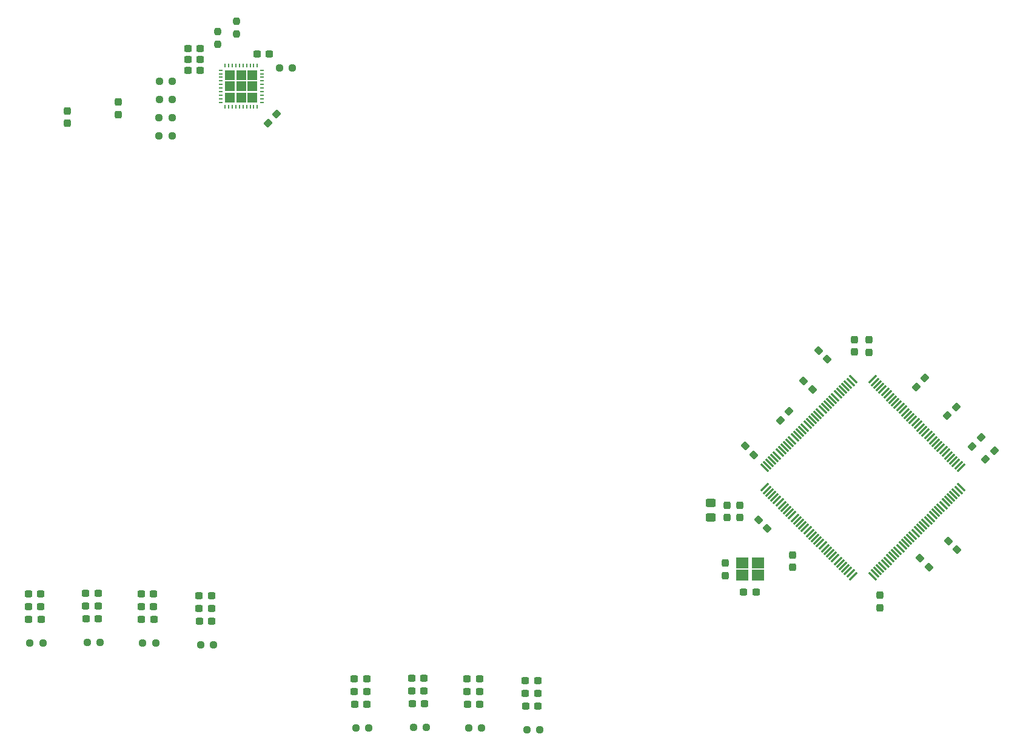
<source format=gbr>
%TF.GenerationSoftware,KiCad,Pcbnew,8.0.1*%
%TF.CreationDate,2024-05-06T01:07:55+02:00*%
%TF.ProjectId,launchpad-controller-v2,6c61756e-6368-4706-9164-2d636f6e7472,rev?*%
%TF.SameCoordinates,Original*%
%TF.FileFunction,Paste,Bot*%
%TF.FilePolarity,Positive*%
%FSLAX46Y46*%
G04 Gerber Fmt 4.6, Leading zero omitted, Abs format (unit mm)*
G04 Created by KiCad (PCBNEW 8.0.1) date 2024-05-06 01:07:55*
%MOMM*%
%LPD*%
G01*
G04 APERTURE LIST*
G04 Aperture macros list*
%AMRoundRect*
0 Rectangle with rounded corners*
0 $1 Rounding radius*
0 $2 $3 $4 $5 $6 $7 $8 $9 X,Y pos of 4 corners*
0 Add a 4 corners polygon primitive as box body*
4,1,4,$2,$3,$4,$5,$6,$7,$8,$9,$2,$3,0*
0 Add four circle primitives for the rounded corners*
1,1,$1+$1,$2,$3*
1,1,$1+$1,$4,$5*
1,1,$1+$1,$6,$7*
1,1,$1+$1,$8,$9*
0 Add four rect primitives between the rounded corners*
20,1,$1+$1,$2,$3,$4,$5,0*
20,1,$1+$1,$4,$5,$6,$7,0*
20,1,$1+$1,$6,$7,$8,$9,0*
20,1,$1+$1,$8,$9,$2,$3,0*%
G04 Aperture macros list end*
%ADD10C,0.000000*%
%ADD11RoundRect,0.237500X-0.237500X0.250000X-0.237500X-0.250000X0.237500X-0.250000X0.237500X0.250000X0*%
%ADD12RoundRect,0.237500X-0.044194X-0.380070X0.380070X0.044194X0.044194X0.380070X-0.380070X-0.044194X0*%
%ADD13RoundRect,0.237500X-0.237500X0.300000X-0.237500X-0.300000X0.237500X-0.300000X0.237500X0.300000X0*%
%ADD14RoundRect,0.237500X0.300000X0.237500X-0.300000X0.237500X-0.300000X-0.237500X0.300000X-0.237500X0*%
%ADD15RoundRect,0.237500X-0.300000X-0.237500X0.300000X-0.237500X0.300000X0.237500X-0.300000X0.237500X0*%
%ADD16RoundRect,0.237500X-0.250000X-0.237500X0.250000X-0.237500X0.250000X0.237500X-0.250000X0.237500X0*%
%ADD17RoundRect,0.237500X-0.380070X0.044194X0.044194X-0.380070X0.380070X-0.044194X-0.044194X0.380070X0*%
%ADD18R,1.800000X1.500000*%
%ADD19RoundRect,0.237500X0.237500X-0.300000X0.237500X0.300000X-0.237500X0.300000X-0.237500X-0.300000X0*%
%ADD20RoundRect,0.075000X-0.415425X-0.521491X0.521491X0.415425X0.415425X0.521491X-0.521491X-0.415425X0*%
%ADD21RoundRect,0.075000X0.415425X-0.521491X0.521491X-0.415425X-0.415425X0.521491X-0.521491X0.415425X0*%
%ADD22RoundRect,0.237500X0.250000X0.237500X-0.250000X0.237500X-0.250000X-0.237500X0.250000X-0.237500X0*%
%ADD23RoundRect,0.250000X-0.450000X0.325000X-0.450000X-0.325000X0.450000X-0.325000X0.450000X0.325000X0*%
%ADD24R,0.250000X0.600000*%
%ADD25R,0.600000X0.250000*%
%ADD26RoundRect,0.237500X0.237500X-0.250000X0.237500X0.250000X-0.237500X0.250000X-0.237500X-0.250000X0*%
%ADD27RoundRect,0.237500X0.380070X-0.044194X-0.044194X0.380070X-0.380070X0.044194X0.044194X-0.380070X0*%
%ADD28RoundRect,0.237500X0.044194X0.380070X-0.380070X-0.044194X-0.044194X-0.380070X0.380070X0.044194X0*%
G04 APERTURE END LIST*
D10*
%TO.C,U32*%
G36*
X119131667Y183061332D02*
G01*
X117764999Y183061332D01*
X117764999Y184428000D01*
X119131667Y184428000D01*
X119131667Y183061332D01*
G37*
G36*
X119131667Y181494665D02*
G01*
X117764999Y181494665D01*
X117764999Y182861333D01*
X119131667Y182861333D01*
X119131667Y181494665D01*
G37*
G36*
X119131667Y179927998D02*
G01*
X117764999Y179927998D01*
X117764999Y181294666D01*
X119131667Y181294666D01*
X119131667Y179927998D01*
G37*
G36*
X120698334Y183061332D02*
G01*
X119331666Y183061332D01*
X119331666Y184428000D01*
X120698334Y184428000D01*
X120698334Y183061332D01*
G37*
G36*
X120698334Y181494665D02*
G01*
X119331666Y181494665D01*
X119331666Y182861333D01*
X120698334Y182861333D01*
X120698334Y181494665D01*
G37*
G36*
X120698334Y179927998D02*
G01*
X119331666Y179927998D01*
X119331666Y181294666D01*
X120698334Y181294666D01*
X120698334Y179927998D01*
G37*
G36*
X122265001Y183061332D02*
G01*
X120898333Y183061332D01*
X120898333Y184428000D01*
X122265001Y184428000D01*
X122265001Y183061332D01*
G37*
G36*
X122265001Y181494665D02*
G01*
X120898333Y181494665D01*
X120898333Y182861333D01*
X122265001Y182861333D01*
X122265001Y181494665D01*
G37*
G36*
X122265001Y179927998D02*
G01*
X120898333Y179927998D01*
X120898333Y181294666D01*
X122265001Y181294666D01*
X122265001Y179927998D01*
G37*
%TD*%
D11*
%TO.C,R89*%
X119380000Y191263000D03*
X119380000Y189438000D03*
%TD*%
D12*
%TO.C,C73*%
X222071360Y131926480D03*
X223291120Y133146240D03*
%TD*%
D13*
%TO.C,C82*%
X187883240Y123695240D03*
X187883240Y121970240D03*
%TD*%
D14*
%TO.C,C66*%
X114273500Y187406000D03*
X112548500Y187406000D03*
%TD*%
%TO.C,C99*%
X115921000Y107513500D03*
X114196000Y107513500D03*
%TD*%
D15*
%TO.C,C103*%
X98283000Y109593500D03*
X100008000Y109593500D03*
%TD*%
%TO.C,C90*%
X151567000Y97705000D03*
X153292000Y97705000D03*
%TD*%
D14*
%TO.C,C100*%
X137597000Y95927000D03*
X135872000Y95927000D03*
%TD*%
D15*
%TO.C,C104*%
X90273000Y109545500D03*
X91998000Y109545500D03*
%TD*%
D16*
%TO.C,R96*%
X151774000Y92625000D03*
X153599000Y92625000D03*
%TD*%
D17*
%TO.C,C76*%
X218719120Y118719880D03*
X219938880Y117500120D03*
%TD*%
D15*
%TO.C,C94*%
X143829000Y97753000D03*
X145554000Y97753000D03*
%TD*%
D17*
%TO.C,C80*%
X190373000Y131953000D03*
X191592760Y130733240D03*
%TD*%
D14*
%TO.C,C91*%
X145607000Y95975000D03*
X143882000Y95975000D03*
%TD*%
D18*
%TO.C,Y1*%
X192201240Y113920240D03*
X190001240Y113920240D03*
X190001240Y115620240D03*
X192201240Y115620240D03*
%TD*%
D14*
%TO.C,C105*%
X107799000Y107767500D03*
X106074000Y107767500D03*
%TD*%
D16*
%TO.C,R97*%
X159896000Y92371000D03*
X161721000Y92371000D03*
%TD*%
D19*
%TO.C,C65*%
X95758000Y177038000D03*
X95758000Y178763000D03*
%TD*%
D15*
%TO.C,C106*%
X90273000Y111323500D03*
X91998000Y111323500D03*
%TD*%
D12*
%TO.C,C74*%
X223951240Y130098240D03*
X225171000Y131318000D03*
%TD*%
D15*
%TO.C,C95*%
X159689000Y97451000D03*
X161414000Y97451000D03*
%TD*%
D16*
%TO.C,R99*%
X136026000Y92625000D03*
X137851000Y92625000D03*
%TD*%
D14*
%TO.C,C102*%
X100061000Y107815500D03*
X98336000Y107815500D03*
%TD*%
D20*
%TO.C,U33*%
X205433434Y113818046D03*
X205079881Y114171599D03*
X204726327Y114525152D03*
X204372774Y114878706D03*
X204019221Y115232259D03*
X203665667Y115585813D03*
X203312114Y115939366D03*
X202958561Y116292919D03*
X202605007Y116646473D03*
X202251454Y117000026D03*
X201897900Y117353580D03*
X201544347Y117707133D03*
X201190794Y118060686D03*
X200837240Y118414240D03*
X200483687Y118767793D03*
X200130133Y119121346D03*
X199776580Y119474900D03*
X199423027Y119828453D03*
X199069473Y120182007D03*
X198715920Y120535560D03*
X198362366Y120889113D03*
X198008813Y121242667D03*
X197655260Y121596220D03*
X197301706Y121949774D03*
X196948153Y122303327D03*
X196594600Y122656880D03*
X196241046Y123010434D03*
X195887493Y123363987D03*
X195533939Y123717541D03*
X195180386Y124071094D03*
X194826833Y124424647D03*
X194473279Y124778201D03*
X194119726Y125131754D03*
X193766172Y125485307D03*
X193412619Y125838861D03*
X193059066Y126192414D03*
D21*
X193059066Y128897098D03*
X193412619Y129250651D03*
X193766172Y129604205D03*
X194119726Y129957758D03*
X194473279Y130311311D03*
X194826833Y130664865D03*
X195180386Y131018418D03*
X195533939Y131371971D03*
X195887493Y131725525D03*
X196241046Y132079078D03*
X196594600Y132432632D03*
X196948153Y132786185D03*
X197301706Y133139738D03*
X197655260Y133493292D03*
X198008813Y133846845D03*
X198362366Y134200399D03*
X198715920Y134553952D03*
X199069473Y134907505D03*
X199423027Y135261059D03*
X199776580Y135614612D03*
X200130133Y135968166D03*
X200483687Y136321719D03*
X200837240Y136675272D03*
X201190794Y137028826D03*
X201544347Y137382379D03*
X201897900Y137735932D03*
X202251454Y138089486D03*
X202605007Y138443039D03*
X202958561Y138796593D03*
X203312114Y139150146D03*
X203665667Y139503699D03*
X204019221Y139857253D03*
X204372774Y140210806D03*
X204726327Y140564360D03*
X205079881Y140917913D03*
X205433434Y141271466D03*
D20*
X208138118Y141271466D03*
X208491671Y140917913D03*
X208845225Y140564360D03*
X209198778Y140210806D03*
X209552331Y139857253D03*
X209905885Y139503699D03*
X210259438Y139150146D03*
X210612991Y138796593D03*
X210966545Y138443039D03*
X211320098Y138089486D03*
X211673652Y137735932D03*
X212027205Y137382379D03*
X212380758Y137028826D03*
X212734312Y136675272D03*
X213087865Y136321719D03*
X213441419Y135968166D03*
X213794972Y135614612D03*
X214148525Y135261059D03*
X214502079Y134907505D03*
X214855632Y134553952D03*
X215209186Y134200399D03*
X215562739Y133846845D03*
X215916292Y133493292D03*
X216269846Y133139738D03*
X216623399Y132786185D03*
X216976952Y132432632D03*
X217330506Y132079078D03*
X217684059Y131725525D03*
X218037613Y131371971D03*
X218391166Y131018418D03*
X218744719Y130664865D03*
X219098273Y130311311D03*
X219451826Y129957758D03*
X219805380Y129604205D03*
X220158933Y129250651D03*
X220512486Y128897098D03*
D21*
X220512486Y126192414D03*
X220158933Y125838861D03*
X219805380Y125485307D03*
X219451826Y125131754D03*
X219098273Y124778201D03*
X218744719Y124424647D03*
X218391166Y124071094D03*
X218037613Y123717541D03*
X217684059Y123363987D03*
X217330506Y123010434D03*
X216976952Y122656880D03*
X216623399Y122303327D03*
X216269846Y121949774D03*
X215916292Y121596220D03*
X215562739Y121242667D03*
X215209186Y120889113D03*
X214855632Y120535560D03*
X214502079Y120182007D03*
X214148525Y119828453D03*
X213794972Y119474900D03*
X213441419Y119121346D03*
X213087865Y118767793D03*
X212734312Y118414240D03*
X212380758Y118060686D03*
X212027205Y117707133D03*
X211673652Y117353580D03*
X211320098Y117000026D03*
X210966545Y116646473D03*
X210612991Y116292919D03*
X210259438Y115939366D03*
X209905885Y115585813D03*
X209552331Y115232259D03*
X209198778Y114878706D03*
X208845225Y114525152D03*
X208491671Y114171599D03*
X208138118Y113818046D03*
%TD*%
D22*
%TO.C,R94*%
X110363000Y177800000D03*
X108538000Y177800000D03*
%TD*%
D16*
%TO.C,R93*%
X108538000Y175260000D03*
X110363000Y175260000D03*
%TD*%
D22*
%TO.C,R90*%
X127174000Y184717999D03*
X125349000Y184717999D03*
%TD*%
D16*
%TO.C,R101*%
X98490000Y104513500D03*
X100315000Y104513500D03*
%TD*%
D14*
%TO.C,C62*%
X123952000Y186644000D03*
X122227000Y186644000D03*
%TD*%
D15*
%TO.C,C92*%
X143829000Y99531000D03*
X145554000Y99531000D03*
%TD*%
D14*
%TO.C,C64*%
X114273500Y184358000D03*
X112548500Y184358000D03*
%TD*%
D15*
%TO.C,C107*%
X106021000Y109545500D03*
X107746000Y109545500D03*
%TD*%
D14*
%TO.C,C88*%
X161467000Y95673000D03*
X159742000Y95673000D03*
%TD*%
D23*
%TO.C,FB2*%
X185597240Y124020240D03*
X185597240Y121970240D03*
%TD*%
D15*
%TO.C,C97*%
X114143000Y109291500D03*
X115868000Y109291500D03*
%TD*%
D22*
%TO.C,R92*%
X110410000Y182880000D03*
X108585000Y182880000D03*
%TD*%
D24*
%TO.C,U32*%
X122265001Y179278000D03*
X121764999Y179278000D03*
X121265000Y179278000D03*
X120765001Y179278000D03*
X120265000Y179278000D03*
X119765000Y179278000D03*
X119264999Y179278000D03*
X118765000Y179278000D03*
X118265001Y179278000D03*
X117764999Y179278000D03*
D25*
X117115001Y179927998D03*
X117115001Y180428000D03*
X117115001Y180927999D03*
X117115001Y181427998D03*
X117115001Y181927999D03*
X117115001Y182427999D03*
X117115001Y182928000D03*
X117115001Y183427999D03*
X117115001Y183927998D03*
X117115001Y184428000D03*
D24*
X117764999Y185077998D03*
X118265001Y185077998D03*
X118765000Y185077998D03*
X119264999Y185077998D03*
X119765000Y185077998D03*
X120265000Y185077998D03*
X120765001Y185077998D03*
X121265000Y185077998D03*
X121764999Y185077998D03*
X122265001Y185077998D03*
D25*
X122914999Y184428000D03*
X122914999Y183927998D03*
X122914999Y183427999D03*
X122914999Y182928000D03*
X122914999Y182427999D03*
X122914999Y181927999D03*
X122914999Y181427998D03*
X122914999Y180927999D03*
X122914999Y180428000D03*
X122914999Y179927998D03*
%TD*%
D26*
%TO.C,R88*%
X116713000Y188019999D03*
X116713000Y189844999D03*
%TD*%
D14*
%TO.C,C108*%
X92051000Y107767500D03*
X90326000Y107767500D03*
%TD*%
D15*
%TO.C,C89*%
X151567000Y99483000D03*
X153292000Y99483000D03*
%TD*%
%TO.C,C109*%
X98283000Y111371500D03*
X100008000Y111371500D03*
%TD*%
%TO.C,C87*%
X159689000Y99229000D03*
X161414000Y99229000D03*
%TD*%
%TO.C,C98*%
X135819000Y97705000D03*
X137544000Y97705000D03*
%TD*%
D27*
%TO.C,C70*%
X199771000Y139827000D03*
X198551240Y141046760D03*
%TD*%
D15*
%TO.C,C110*%
X106021000Y111323500D03*
X107746000Y111323500D03*
%TD*%
%TO.C,C101*%
X135819000Y99483000D03*
X137544000Y99483000D03*
%TD*%
D12*
%TO.C,C61*%
X123748240Y177042240D03*
X124968000Y178262000D03*
%TD*%
%TO.C,C75*%
X218617240Y136194240D03*
X219837000Y137414000D03*
%TD*%
D13*
%TO.C,C83*%
X189661240Y123695240D03*
X189661240Y121970240D03*
%TD*%
%TO.C,C84*%
X187629240Y115620240D03*
X187629240Y113895240D03*
%TD*%
D19*
%TO.C,C63*%
X102870000Y178234000D03*
X102870000Y179959000D03*
%TD*%
D16*
%TO.C,R91*%
X108585000Y180340000D03*
X110410000Y180340000D03*
%TD*%
D19*
%TO.C,C72*%
X207670400Y145036200D03*
X207670400Y146761200D03*
%TD*%
%TO.C,C71*%
X205663240Y145084240D03*
X205663240Y146809240D03*
%TD*%
D12*
%TO.C,C69*%
X214249000Y140208000D03*
X215468760Y141427760D03*
%TD*%
D14*
%TO.C,C86*%
X191894240Y111556240D03*
X190169240Y111556240D03*
%TD*%
D16*
%TO.C,R102*%
X90480000Y104465500D03*
X92305000Y104465500D03*
%TD*%
D28*
%TO.C,C77*%
X196520620Y136804120D03*
X195300860Y135584360D03*
%TD*%
D13*
%TO.C,C79*%
X196951880Y116788381D03*
X196951880Y115063379D03*
%TD*%
D14*
%TO.C,C93*%
X153345000Y95927000D03*
X151620000Y95927000D03*
%TD*%
D15*
%TO.C,C96*%
X114143000Y111069500D03*
X115868000Y111069500D03*
%TD*%
D13*
%TO.C,C85*%
X209169000Y111125000D03*
X209169000Y109400000D03*
%TD*%
D27*
%TO.C,C68*%
X201853240Y144068240D03*
X200633480Y145288000D03*
%TD*%
%TO.C,C81*%
X193471240Y120446240D03*
X192251480Y121666000D03*
%TD*%
D14*
%TO.C,C67*%
X114273500Y185882000D03*
X112548500Y185882000D03*
%TD*%
D16*
%TO.C,R95*%
X144036000Y92673000D03*
X145861000Y92673000D03*
%TD*%
D17*
%TO.C,C78*%
X214782120Y116306880D03*
X216001880Y115087120D03*
%TD*%
D16*
%TO.C,R98*%
X114350000Y104211500D03*
X116175000Y104211500D03*
%TD*%
%TO.C,R100*%
X106228000Y104465500D03*
X108053000Y104465500D03*
%TD*%
M02*

</source>
